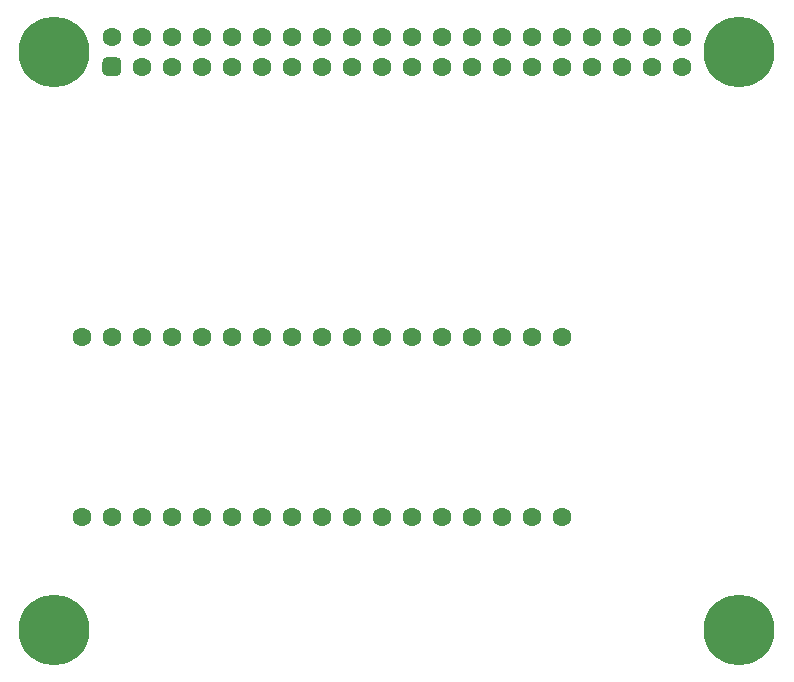
<source format=gbr>
%TF.GenerationSoftware,KiCad,Pcbnew,5.1.10*%
%TF.CreationDate,2021-11-27T11:42:48+01:00*%
%TF.ProjectId,GrasPiB_AR488_Adapter,47726173-5069-4425-9f41-523438385f41,0*%
%TF.SameCoordinates,PX4ce8b88PY2455c20*%
%TF.FileFunction,Soldermask,Bot*%
%TF.FilePolarity,Negative*%
%FSLAX46Y46*%
G04 Gerber Fmt 4.6, Leading zero omitted, Abs format (unit mm)*
G04 Created by KiCad (PCBNEW 5.1.10) date 2021-11-27 11:42:48*
%MOMM*%
%LPD*%
G01*
G04 APERTURE LIST*
%ADD10C,6.000000*%
%ADD11C,1.600000*%
G04 APERTURE END LIST*
D10*
%TO.C,U2*%
X61385000Y-52810000D03*
X3385000Y-52810000D03*
X61385000Y-3810000D03*
X3385000Y-3810000D03*
D11*
X56515000Y-2540000D03*
X56515000Y-5080000D03*
X53975000Y-2540000D03*
X53975000Y-5080000D03*
X51435000Y-2540000D03*
X51435000Y-5080000D03*
X48895000Y-2540000D03*
X48895000Y-5080000D03*
X46355000Y-2540000D03*
X46355000Y-5080000D03*
X43815000Y-2540000D03*
X43815000Y-5080000D03*
X41275000Y-2540000D03*
X41275000Y-5080000D03*
X38735000Y-2540000D03*
X38735000Y-5080000D03*
X36195000Y-2540000D03*
X36195000Y-5080000D03*
X33655000Y-2540000D03*
X33655000Y-5080000D03*
X31115000Y-2540000D03*
X31115000Y-5080000D03*
X28575000Y-2540000D03*
X28575000Y-5080000D03*
X26035000Y-2540000D03*
X26035000Y-5080000D03*
X23495000Y-2540000D03*
X23495000Y-5080000D03*
X20955000Y-2540000D03*
X20955000Y-5080000D03*
X18415000Y-2540000D03*
X18415000Y-5080000D03*
X15875000Y-2540000D03*
X15875000Y-5080000D03*
X13335000Y-2540000D03*
X13335000Y-5080000D03*
X10795000Y-2540000D03*
X10795000Y-5080000D03*
X8255000Y-2540000D03*
G36*
G01*
X7455000Y-5480000D02*
X7455000Y-4680000D01*
G75*
G02*
X7855000Y-4280000I400000J0D01*
G01*
X8655000Y-4280000D01*
G75*
G02*
X9055000Y-4680000I0J-400000D01*
G01*
X9055000Y-5480000D01*
G75*
G02*
X8655000Y-5880000I-400000J0D01*
G01*
X7855000Y-5880000D01*
G75*
G02*
X7455000Y-5480000I0J400000D01*
G01*
G37*
%TD*%
%TO.C,U1*%
X46355000Y-27940000D03*
X43815000Y-27940000D03*
X41275000Y-27940000D03*
X38735000Y-27940000D03*
X36195000Y-27940000D03*
X33655000Y-27940000D03*
X31115000Y-27940000D03*
X28575000Y-27940000D03*
X26035000Y-27940000D03*
X23495000Y-27940000D03*
X20955000Y-27940000D03*
X18415000Y-27940000D03*
X15875000Y-27940000D03*
X13335000Y-27940000D03*
X10795000Y-27940000D03*
X8255000Y-27940000D03*
X5715000Y-27940000D03*
X5715000Y-43180000D03*
X8255000Y-43180000D03*
X10795000Y-43180000D03*
X13335000Y-43180000D03*
X15875000Y-43180000D03*
X18415000Y-43180000D03*
X20955000Y-43180000D03*
X23495000Y-43180000D03*
X26035000Y-43180000D03*
X28575000Y-43180000D03*
X31115000Y-43180000D03*
X33655000Y-43180000D03*
X36195000Y-43180000D03*
X38735000Y-43180000D03*
X41275000Y-43180000D03*
X43815000Y-43180000D03*
X46355000Y-43180000D03*
%TD*%
M02*

</source>
